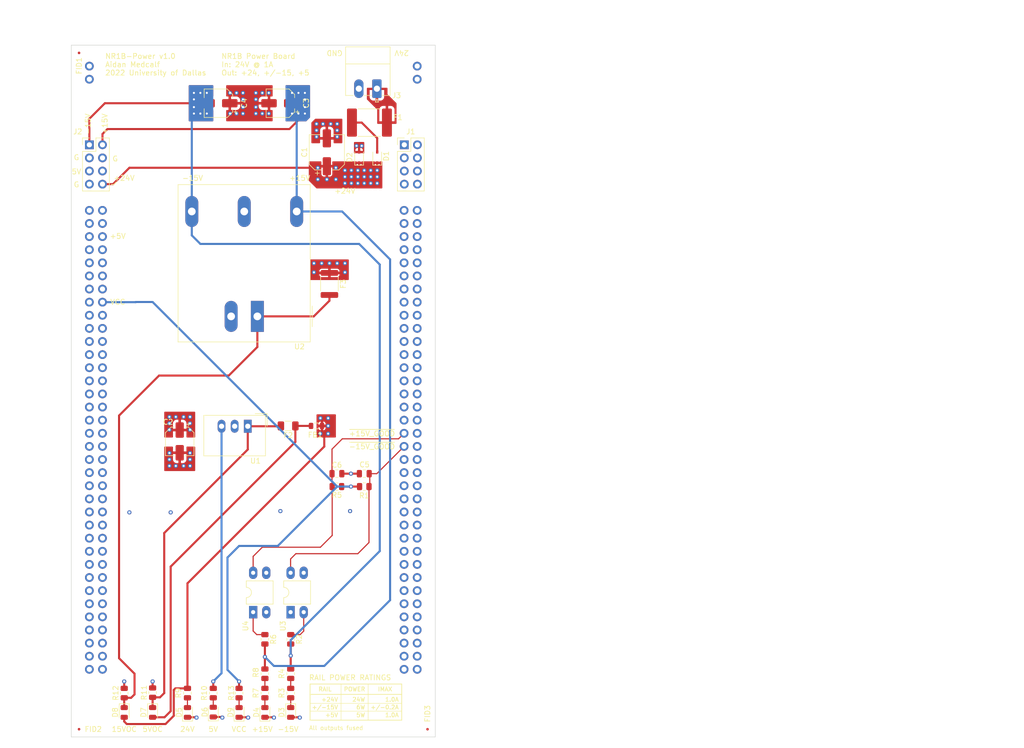
<source format=kicad_pcb>
(kicad_pcb (version 20211014) (generator pcbnew)
  (layers (0 "F.Cu" signal) (1 "In1.Cu" signal) (2 "In2.Cu" signal) (31 "B.Cu" signal) (34 "B.Paste" user) (35 "F.Paste" user) (36 "B.SilkS" user "B.Silkscreen") (37 "F.SilkS" user "F.Silkscreen") (38 "B.Mask" user) (39 "F.Mask" user) (44 "Edge.Cuts" user))
  (net 0 "")
  (net 6 "+24V")
  (net 8 "GND")
  (net 18 "+5V")
  (net 19 "+15V")
  (net 21 "-15V")
  (net 48 "Net-(D1-Pad2)")
  (net 59 "Net-(D3-Pad1)")
  (net 70 "Net-(D7-Pad1)")
  (net 71 "Net-(D7-Pad2)")
  (net 80 "Net-(D4-Pad2)")
  (net 91 "Net-(D5-Pad2)")
  (net 106 "Net-(D8-Pad1)")
  (net 108 "Net-(R3-Pad1)")
  (net 110 "Net-(D6-Pad2)")
  (net 125 "Net-(R2-Pad1)")
  (net 134 "Net-(R7-Pad1)")
  (net 142 "Net-(D9-Pad2)")
  (net 143 "/24VIN")
  (net 152 "Net-(R6-Pad1)")
  (net 153 "VCC")
  (net 154 "/~{-15V_GOOD}")
  (net 156 "/~{+15V_GOOD}")
  (footprint "Capacitor_SMD:C_0805_2012Metric" (layer "F.Cu") (at 216.25 163 180)
    (fp_text reference "C5")
    (fp_text value "0.1uF")
  )
  (footprint "Connector_PinHeader_2.54mm:PinHeader_2x04_P2.54mm_Vertical" (layer "F.Cu") (at 163 99.3)
    (fp_text reference "J2")
    (fp_text value "0.1\" Female long-tail")
  )
  (footprint "Package_DIP:DIP-4_W7.62mm_LongPads" (layer "F.Cu") (at 194.725 189.825 90)
    (fp_text reference "U4")
    (fp_text value "VO615A")
  )
  (footprint "NISoC-Socket:ST_Morpho_Connector_144_STLink_MountingHoles" (layer "F.Cu") (at 163 112)
    (fp_text reference "X1" hide)
    (fp_text value "NUCLEO144-ZIO")
  )
  (footprint "LED_SMD:LED_0805_2012Metric" (layer "F.Cu") (at 182 209.25 90)
    (fp_text reference "D5")
    (fp_text value "Green")
  )
  (footprint "LED_SMD:LED_0805_2012Metric" (layer "F.Cu") (at 202 209.25 -90)
    (fp_text reference "D3")
    (fp_text value "Green")
  )
  (footprint "Resistor_SMD:R_0805_2012Metric" (layer "F.Cu") (at 197 195.0875 -90)
    (fp_text reference "R6")
    (fp_text value "4.7K")
  )
  (footprint "Resistor_SMD:R_0805_2012Metric" (layer "F.Cu") (at 202 201.75 -90)
    (fp_text reference "R4")
    (fp_text value "4.7K")
  )
  (footprint "Capacitor_SMD:CP_Elec_5x5.3" (layer "F.Cu") (at 200 91.25 180)
    (fp_text reference "C3")
    (fp_text value "22uF")
  )
  (footprint "Inductor_SMD:L_0805_2012Metric" (layer "F.Cu") (at 207 153.75 180)
    (fp_text reference "FB1")
    (fp_text value "30@100MHz")
  )
  (footprint "Fuse:Fuse_2920_7451Metric" (layer "F.Cu") (at 217.25 95 180)
    (fp_text reference "F1")
    (fp_text value "0.75 A")
  )
  (footprint "Resistor_SMD:R_0805_2012Metric" (layer "F.Cu") (at 169.75 205.5 90)
    (fp_text reference "R12")
    (fp_text value "12K")
  )
  (footprint "Resistor_SMD:R_0805_2012Metric" (layer "F.Cu") (at 202 205.5 -90)
    (fp_text reference "R3")
    (fp_text value "1.5K")
  )
  (footprint "Fuse:Fuse_1812_4532Metric" (layer "F.Cu") (at 209.5 126.25 -90)
    (fp_text reference "F3")
    (fp_text value "250 mA")
  )
  (footprint "Fuse:Fuse_1206_3216Metric" (layer "F.Cu") (at 201.5 153.75 180)
    (fp_text reference "F2")
    (fp_text value "200 mA")
  )
  (footprint "Fiducial:Fiducial_0.5mm_Mask1mm" (layer "F.Cu") (at 161 81.5)
    (fp_text reference "FID1")
    (fp_text value "Fiducial")
  )
  (footprint "LED_SMD:LED_0805_2012Metric" (layer "F.Cu") (at 187 209.1875 90)
    (fp_text reference "D6")
    (fp_text value "Green")
  )
  (footprint "Capacitor_SMD:CP_Elec_5x5.3" (layer "F.Cu") (at 180.5 156.75 -90)
    (fp_text reference "C2")
    (fp_text value "47uF 16V")
  )
  (footprint "Resistor_SMD:R_0805_2012Metric" (layer "F.Cu") (at 182 205.5 -90)
    (fp_text reference "R9")
    (fp_text value "4.7K")
  )
  (footprint "Converter_DCDC:Converter_DCDC_TRACO_TSR-1_THT" (layer "F.Cu") (at 193.6825 153.8175 180)
    (fp_text reference "U1")
    (fp_text value "TSR_1-2450")
  )
  (footprint "Capacitor_SMD:CP_Elec_5x5.3" (layer "F.Cu") (at 188 91.25 180)
    (fp_text reference "C4")
    (fp_text value "22uF")
  )
  (footprint "Capacitor_SMD:C_0805_2012Metric" (layer "F.Cu") (at 210.95 163)
    (fp_text reference "C6")
    (fp_text value "0.1uF")
  )
  (footprint "LED_SMD:LED_0805_2012Metric" (layer "F.Cu") (at 192 209.25 90)
    (fp_text reference "D9")
    (fp_text value "Green")
  )
  (footprint "Resistor_SMD:R_0805_2012Metric" (layer "F.Cu") (at 175.25 205.4125 90)
    (fp_text reference "R11")
    (fp_text value "12K")
  )
  (footprint "NISoC-Socket:Converter_DCDC_Meanwell_DKMW06" (layer "F.Cu") (at 195.54 132.535 180)
    (fp_text reference "U2")
    (fp_text value "DKMW06")
  )
  (footprint "Connector_Phoenix_MC:PhoenixContact_MC_1,5_2-G-3.5_1x02_P3.50mm_Horizontal" (layer "F.Cu") (at 218.695 88.4325 180)
    (fp_text reference "J3")
    (fp_text value "3.81mm Pluggable Terminal")
  )
  (footprint "Resistor_SMD:R_0805_2012Metric" (layer "F.Cu") (at 187 205.5 -90)
    (fp_text reference "R10")
    (fp_text value "1K")
  )
  (footprint "Resistor_SMD:R_0805_2012Metric" (layer "F.Cu") (at 192 205.5 -90)
    (fp_text reference "R13")
    (fp_text value "1K")
  )
  (footprint "Capacitor_SMD:CP_Elec_6.3x7.7" (layer "F.Cu") (at 209 100.75 90)
    (fp_text reference "C1")
    (fp_text value "47uF 50V")
  )
  (footprint "LED_SMD:LED_0805_2012Metric" (layer "F.Cu") (at 169.75 209.25 -90)
    (fp_text reference "D8")
    (fp_text value "Red")
  )
  (footprint "Resistor_SMD:R_0805_2012Metric" (layer "F.Cu") (at 197 205.5 -90)
    (fp_text reference "R7")
    (fp_text value "1.5K")
  )
  (footprint "Diode_SMD:D_SOD-323" (layer "F.Cu") (at 218.75 101.75 90)
    (fp_text reference "D1")
    (fp_text value "S1G")
  )
  (footprint "Resistor_SMD:R_0805_2012Metric" (layer "F.Cu") (at 197 201.75 -90)
    (fp_text reference "R8")
    (fp_text value "4.7K")
  )
  (footprint "LED_SMD:LED_0805_2012Metric" (layer "F.Cu") (at 175.25 209.25 -90)
    (fp_text reference "D7")
    (fp_text value "Red")
  )
  (footprint "Fiducial:Fiducial_0.5mm_Mask1mm" (layer "F.Cu") (at 161 212.5)
    (fp_text reference "FID2")
    (fp_text value "Fiducial")
  )
  (footprint "Resistor_SMD:R_0805_2012Metric" (layer "F.Cu") (at 210.95 165.5 180)
    (fp_text reference "R5")
    (fp_text value "4.7K")
  )
  (footprint "Resistor_SMD:R_0805_2012Metric" (layer "F.Cu") (at 216.25 165.5)
    (fp_text reference "R1")
    (fp_text value "4.7K")
  )
  (footprint "Connector_PinHeader_2.54mm:PinHeader_2x04_P2.54mm_Vertical" (layer "F.Cu") (at 224 99.3)
    (fp_text reference "J1")
    (fp_text value "0.1\" Female long-tail")
  )
  (footprint "Resistor_SMD:R_0805_2012Metric" (layer "F.Cu") (at 202 195.0875 -90)
    (fp_text reference "R2")
    (fp_text value "4.7K")
  )
  (footprint "Fiducial:Fiducial_0.5mm_Mask1mm" (layer "F.Cu") (at 228.5 212.5)
    (fp_text reference "FID3")
    (fp_text value "Fiducial")
  )
  (footprint "LED_SMD:LED_0805_2012Metric" (layer "F.Cu") (at 197 209.25 90)
    (fp_text reference "D4")
    (fp_text value "Green")
  )
  (footprint "Diode_SMD:D_SOD-323" (layer "F.Cu") (at 215.25 101.75 90)
    (fp_text reference "D2")
    (fp_text value "36V")
  )
  (footprint "Package_DIP:DIP-4_W7.62mm_LongPads" (layer "F.Cu") (at 201.975 189.825 90)
    (fp_text reference "U3")
    (fp_text value "VO615A")
  )
  (gr_line (start 223.5 207.5) (end 205.75 207.5) (layer "F.SilkS") (width 0.1))
  (gr_line (start 217 205.75) (end 217 210.75) (layer "F.SilkS") (width 0.1))
  (gr_line (start 205.75 203.75) (end 223.5 203.75) (layer "F.SilkS") (width 0.15))
  (gr_line (start 217 205.75) (end 217 203.75) (layer "F.SilkS") (width 0.1))
  (gr_line (start 205.75 209) (end 223.5 209) (layer "F.SilkS") (width 0.1))
  (gr_line (start 205.75 205.75) (end 205.75 203.75) (layer "F.SilkS") (width 0.15))
  (gr_line (start 223.5 210.75) (end 223.5 205.75) (layer "F.SilkS") (width 0.15))
  (gr_line (start 211.75 205.75) (end 211.75 210.75) (layer "F.SilkS") (width 0.1))
  (gr_line (start 223.5 205.75) (end 205.75 205.75) (layer "F.SilkS") (width 0.15))
  (gr_line (start 223.5 203.75) (end 223.5 205.75) (layer "F.SilkS") (width 0.15))
  (gr_line (start 211.75 205.75) (end 211.75 203.75) (layer "F.SilkS") (width 0.1))
  (gr_line (start 205.75 205.75) (end 205.75 210.75) (layer "F.SilkS") (width 0.15))
  (gr_line (start 167.75 107) (end 168.25 106.5) (layer "F.SilkS") (width 0.15))
  (gr_line (start 167.25 107) (end 167.75 107) (layer "F.SilkS") (width 0.15))
  (gr_line (start 205.75 210.75) (end 223.5 210.75) (layer "F.SilkS") (width 0.15))
  (gr_line (start 159.5 80) (end 230 80) (layer "Edge.Cuts") (width 0.1))
  (gr_line (start 230 214) (end 159.5 214) (layer "Edge.Cuts") (width 0.1))
  (gr_line (start 230 80) (end 230 214) (layer "Edge.Cuts") (width 0.1))
  (gr_line (start 159.5 214) (end 159.5 80) (layer "Edge.Cuts") (width 0.1))
  (gr_text "+15V" (at 166 95.25 90) (layer "F.SilkS") (effects (font (size 1 1))))
  (gr_text "VCC" (at 192 212.5) (layer "F.SilkS") (effects (font (size 1 1))))
  (gr_text "-15V" (at 183 105.75) (layer "F.SilkS") (effects (font (size 1 1))))
  (gr_text "IMAX" (at 221.75 204.75) (layer "F.SilkS") (effects (font (size 0.8 0.8)) (justify right)))
  (gr_text "NR1B-Power v1.0\nAidan Medcalf\n2022 University of Dallas" (at 166 83.75) (layer "F.SilkS") (effects (font (size 1 1)) (justify left)))
  (gr_text "1.0A" (at 223 206.75) (layer "F.SilkS") (effects (font (size 0.8 0.8)) (justify right)))
  (gr_text "~{-15V_GOOD}" (at 217.75 157.75) (layer "F.SilkS") (effects (font (size 1 1))))
  (gr_text "All outputs fused" (at 205.5 212.25) (layer "F.SilkS") (effects (font (size 0.8 0.8) (thickness 0.125)) (justify left)))
  (gr_text "24V" (at 182 212.5) (layer "F.SilkS") (effects (font (size 1 1))))
  (gr_text "6W" (at 216.5 208.25) (layer "F.SilkS") (effects (font (size 0.8 0.8)) (justify right)))
  (gr_text "5VOC" (at 175.25 212.5) (layer "F.SilkS") (effects (font (size 1 1))))
  (gr_text "5W" (at 216.5 209.75) (layer "F.SilkS") (effects (font (size 0.8 0.8)) (justify right)))
  (gr_text "15VOC" (at 169.75 212.5) (layer "F.SilkS") (effects (font (size 1 1))))
  (gr_text "1.0A" (at 223 209.75) (layer "F.SilkS") (effects (font (size 0.8 0.8)) (justify right)))
  (gr_text "GND" (at 210.5 81.5 180) (layer "F.SilkS") (effects (font (size 1 1))))
  (gr_text "+15V" (at 203.75 105.75) (layer "F.SilkS") (effects (font (size 1 1))))
  (gr_text "POWER" (at 216.5 204.75) (layer "F.SilkS") (effects (font (size 0.8 0.8)) (justify right)))
  (gr_text "+24V" (at 169.75 105.75) (layer "F.SilkS") (effects (font (size 1 1))))
  (gr_text "VCC" (at 168.5 129.75) (layer "F.SilkS") (effects (font (size 1 1))))
  (gr_text "G" (at 160.5 101.75) (layer "F.SilkS") (effects (font (size 1 1))))
  (gr_text "+24V" (at 212.5 108.25) (layer "F.SilkS") (effects (font (size 1 1))))
  (gr_text "+15V" (at 196.5 212.5) (layer "F.SilkS") (effects (font (size 1 1))))
  (gr_text "24W" (at 216.5 206.75) (layer "F.SilkS") (effects (font (size 0.8 0.8)) (justify right)))
  (gr_text "NR1B Power Board\nIn: 24V @ 1A\nOut: +24, +/-15, +5" (at 188.5 83.75) (layer "F.SilkS") (effects (font (size 1 1)) (justify left)))
  (gr_text "-15V" (at 201.5 212.5) (layer "F.SilkS") (effects (font (size 1 1))))
  (gr_text "~{+15V_GOOD}" (at 217.75 155.25) (layer "F.SilkS") (effects (font (size 1 1))))
  (gr_text "5V" (at 187 212.5) (layer "F.SilkS") (effects (font (size 1 1))))
  (gr_text "+/-0.2A" (at 223 208.25) (layer "F.SilkS") (effects (font (size 0.8 0.8)) (justify right)))
  (gr_text "+/-15V" (at 211.25 208.25) (layer "F.SilkS") (effects (font (size 0.8 0.8)) (justify right)))
  (gr_text "RAIL POWER RATINGS" (at 213.5 202.5) (layer "F.SilkS") (effects (font (size 1 1))))
  (gr_text "+5V" (at 168.5 117) (layer "F.SilkS") (effects (font (size 1 1))))
  (gr_text "+24V" (at 211.25 206.75) (layer "F.SilkS") (effects (font (size 0.8 0.8)) (justify right)))
  (gr_text "-15V" (at 162.75 95.25 90) (layer "F.SilkS") (effects (font (size 1 1))))
  (gr_text "5V" (at 160.5 104.5) (layer "F.SilkS") (effects (font (size 1 1))))
  (gr_text "24V" (at 223.5 81.5 180) (layer "F.SilkS") (effects (font (size 1 1))))
  (gr_text "+5V" (at 211.25 209.75) (layer "F.SilkS") (effects (font (size 0.8 0.8)) (justify right)))
  (gr_text "G" (at 160.5 107) (layer "F.SilkS") (effects (font (size 1 1))))
  (gr_text "G" (at 168 102) (layer "F.SilkS") (effects (font (size 1 1))))
  (gr_text "RAIL" (at 210 204.75) (layer "F.SilkS") (effects (font (size 0.8 0.8)) (justify right)))
  (segment (start 167.58 106.92) (end 170.75 103.75) (width 0.4) (layer "F.Cu") (net 6))
  (segment (start 182 184.25) (end 208.5 157.75) (width 0.4) (layer "F.Cu") (net 6))
  (segment (start 182 204.5875) (end 182 184.25) (width 0.4) (layer "F.Cu") (net 6))
  (segment (start 170.25 211.5) (end 177.75 211.5) (width 0.4) (layer "F.Cu") (net 6))
  (segment (start 208.5 157.75) (end 208.5 155.25) (width 0.4) (layer "F.Cu") (net 6))
  (segment (start 170.75 103.75) (end 207.25 103.75) (width 0.4) (layer "F.Cu") (net 6))
  (segment (start 169.75 211) (end 170.25 211.5) (width 0.4) (layer "F.Cu") (net 6))
  (segment (start 177.75 211.5) (end 179.35 209.9) (width 0.4) (layer "F.Cu") (net 6))
  (segment (start 179.35 204.9) (end 179.6625 204.5875) (width 0.4) (layer "F.Cu") (net 6))
  (segment (start 179.35 209.9) (end 179.35 204.9) (width 0.4) (layer "F.Cu") (net 6))
  (segment (start 179.6625 204.5875) (end 182 204.5875) (width 0.4) (layer "F.Cu") (net 6))
  (segment (start 165.54 106.92) (end 167.58 106.92) (width 0.4) (layer "F.Cu") (net 6))
  (segment (start 169.75 210.1875) (end 169.75 211) (width 0.4) (layer "F.Cu") (net 6))
  (via (at 212.5 105.5) (size 0.8) (drill 0.4) (layers "F.Cu" "B.Cu") (net 6))
  (via (at 217.5 106.75) (size 0.8) (drill 0.4) (layers "F.Cu" "B.Cu") (net 6))
  (via (at 212.5 122.25) (size 0.8) (drill 0.4) (layers "F.Cu" "B.Cu") (net 6))
  (via (at 213.75 106.75) (size 0.8) (drill 0.4) (layers "F.Cu" "B.Cu") (net 6))
  (via (at 213.75 105.5) (size 0.8) (drill 0.4) (layers "F.Cu" "B.Cu") (net 6))
  (via (at 212.5 124) (size 0.8) (drill 0.4) (layers "F.Cu" "B.Cu") (net 6))
  (via (at 209.5 122.25) (size 0.8) (drill 0.4) (layers "F.Cu" "B.Cu") (net 6))
  (via (at 207.75 155.25) (size 0.8) (drill 0.4) (layers "F.Cu" "B.Cu") (net 6))
  (via (at 209 106) (size 0.8) (drill 0.4) (layers "F.Cu" "B.Cu") (net 6))
  (via (at 216.25 106.75) (size 0.8) (drill 0.4) (layers "F.Cu" "B.Cu") (net 6))
  (via (at 210.75 106) (size 0.8) (drill 0.4) (layers "F.Cu" "B.Cu") (net 6))
  (via (at 207.25 106) (size 0.8) (drill 0.4) (layers "F.Cu" "B.Cu") (net 6))
  (via (at 218.75 105.5) (size 0.8) (drill 0.4) (layers "F.Cu" "B.Cu") (net 6))
  (via (at 207.25 103.75) (size 0.8) (drill 0.4) (layers "F.Cu" "B.Cu") (net 6))
  (via (at 215 104.25) (size 0.8) (drill 0.4) (layers "F.Cu" "B.Cu") (net 6))
  (via (at 207.75 152.25) (size 0.8) (drill 0.4) (layers "F.Cu" "B.Cu") (net 6))
  (via (at 218.75 104.25) (size 0.8) (drill 0.4) (layers "F.Cu" "B.Cu") (net 6))
  (via (at 211 122.25) (size 0.8) (drill 0.4) (layers "F.Cu" "B.Cu") (net 6))
  (via (at 215 106.75) (size 0.8) (drill 0.4) (layers "F.Cu" "B.Cu") (net 6))
  (via (at 206.5 124) (size 0.8) (drill 0.4) (layers "F.Cu" "B.Cu") (net 6))
  (via (at 212.5 106.75) (size 0.8) (drill 0.4) (layers "F.Cu" "B.Cu") (net 6))
  (via (at 213.75 104.25) (size 0.8) (drill 0.4) (layers "F.Cu" "B.Cu") (net 6))
  (via (at 209.25 152.25) (size 0.8) (drill 0.4) (layers "F.Cu" "B.Cu") (net 6))
  (via (at 208 122.25) (size 0.8) (drill 0.4) (layers "F.Cu" "B.Cu") (net 6))
  (via (at 216.25 105.5) (size 0.8) (drill 0.4) (layers "F.Cu" "B.Cu") (net 6))
  (via (at 209.25 153.75) (size 0.8) (drill 0.4) (layers "F.Cu" "B.Cu") (net 6))
  (via (at 206.5 122.25) (size 0.8) (drill 0.4) (layers "F.Cu" "B.Cu") (net 6))
  (via (at 216.25 104.25) (size 0.8) (drill 0.4) (layers "F.Cu" "B.Cu") (net 6))
  (via (at 217.5 104.25) (size 0.8) (drill 0.4) (layers "F.Cu" "B.Cu") (net 6))
  (via (at 215 105.5) (size 0.8) (drill 0.4) (layers "F.Cu" "B.Cu") (net 6))
  (via (at 218.75 106.75) (size 0.8) (drill 0.4) (layers "F.Cu" "B.Cu") (net 6))
  (via (at 210.75 103.75) (size 0.8) (drill 0.4) (layers "F.Cu" "B.Cu") (net 6))
  (via (at 217.5 105.5) (size 0.8) (drill 0.4) (layers "F.Cu" "B.Cu") (net 6))
  (via (at 209.25 155.25) (size 0.8) (drill 0.4) (layers "F.Cu" "B.Cu") (net 6))
  (via (at 212.5 104.25) (size 0.8) (drill 0.4) (layers "F.Cu" "B.Cu") (net 6))
  (segment (start 203.6875 210.1875) (end 203.75 210.25) (width 0.4) (layer "F.Cu") (net 8))
  (segment (start 188.625 210.125) (end 188.75 210.25) (width 0.4) (layer "F.Cu") (net 8))
  (segment (start 215.4125 163) (end 213.6625 163) (width 0.4) (layer "F.Cu") (net 8))
  (segment (start 183.6875 210.1875) (end 183.75 210.25) (width 0.4) (layer "F.Cu") (net 8))
  (segment (start 197 210.1875) (end 198.6875 210.1875) (width 0.4) (layer "F.Cu") (net 8))
  (segment (start 169.75 204.5875) (end 169.75 203.25) (width 0.4) (layer "F.Cu") (net 8))
  (segment (start 182 210.1875) (end 183.6875 210.1875) (width 0.4) (layer "F.Cu") (net 8))
  (segment (start 192 210.1875) (end 193.6875 210.1875) (width 0.4) (layer "F.Cu") (net 8))
  (segment (start 202 210.1875) (end 203.6875 210.1875) (width 0.4) (layer "F.Cu") (net 8))
  (segment (start 198.6875 210.1875) (end 198.75 210.25) (width 0.4) (layer "F.Cu") (net 8))
  (segment (start 175.25 204.5) (end 175.25 203.25) (width 0.4) (layer "F.Cu") (net 8))
  (segment (start 187 210.125) (end 188.625 210.125) (width 0.4) (layer "F.Cu") (net 8))
  (segment (start 211.8625 163) (end 213.6625 163) (width 0.4) (layer "F.Cu") (net 8))
  (segment (start 193.6875 210.1875) (end 193.75 210.25) (width 0.4) (layer "F.Cu") (net 8))
  (via (at 188.75 210.25) (size 0.8) (drill 0.4) (layers "F.Cu" "B.Cu") (net 8))
  (via (at 182.5 160.25) (size 0.8) (drill 0.4) (layers "F.Cu" "B.Cu") (net 8))
  (via (at 181.25 161.5) (size 0.8) (drill 0.4) (layers "F.Cu" "B.Cu") (net 8))
  (via (at 197.75 89.25) (size 0.8) (drill 0.4) (layers "F.Cu" "B.Cu") (net 8))
  (via (at 208.25 95.25) (size 0.8) (drill 0.4) (layers "F.Cu" "B.Cu") (net 8))
  (via (at 192.75 90.5) (size 0.8) (drill 0.4) (layers "F.Cu" "B.Cu") (net 8))
  (via (at 192.75 93.25) (size 0.8) (drill 0.4) (layers "F.Cu" "B.Cu") (net 8))
  (via (at 178.75 170.5) (size 0.8) (drill 0.4) (layers "F.Cu" "B.Cu") (net 8))
  (via (at 195.25 90.5) (size 0.8) (drill 0.4) (layers "F.Cu" "B.Cu") (net 8))
  (via (at 178.5 159) (size 0.8) (drill 0.4) (layers "F.Cu" "B.Cu") (net 8))
  (via (at 192.75 89.25) (size 0.8) (drill 0.4) (layers "F.Cu" "B.Cu") (net 8))
  (via (at 211 97.75) (size 0.8) (drill 0.4) (layers "F.Cu" "B.Cu") (net 8))
  (via (at 211 96.5) (size 0.8) (drill 0.4) (layers "F.Cu" "B.Cu") (net 8))
  (via (at 213.6625 163) (size 0.8) (drill 0.4) (layers "F.Cu" "B.Cu") (net 8))
  (via (at 169.75 203.25) (size 0.8) (drill 0.4) (layers "F.Cu" "B.Cu") (net 8))
  (via (at 190.25 93.25) (size 0.8) (drill 0.4) (layers "F.Cu" "B.Cu") (net 8))
  (via (at 190.25 89.25) (size 0.8) (drill 0.4) (layers "F.Cu" "B.Cu") (net 8))
  (via (at 170.75 170.5) (size 0.8) (drill 0.4) (layers "F.Cu" "B.Cu") (net 8))
  (via (at 178.5 160.25) (size 0.8) (drill 0.4) (layers "F.Cu" "B.Cu") (net 8))
  (via (at 183.75 210.25) (size 0.8) (drill 0.4) (layers "F.Cu" "B.Cu") (net 8))
  (via (at 192.75 92) (size 0.8) (drill 0.4) (layers "F.Cu" "B.Cu") (net 8))
  (via (at 215.75 99.5) (size 0.8) (drill 0.4) (layers "F.Cu" "B.Cu") (net 8))
  (via (at 207 97.75) (size 0.8) (drill 0.4) (layers "F.Cu" "B.Cu") (net 8))
  (via (at 196.5 89.25) (size 0.8) (drill 0.4) (layers "F.Cu" "B.Cu") (net 8))
  (via (at 178.5 161.5) (size 0.8) (drill 0.4) (layers "F.Cu" "B.Cu") (net 8))
  (via (at 182.5 161.5) (size 0.8) (drill 0.4) (layers "F.Cu" "B.Cu") (net 8))
  (via (at 214.75 99.5) (size 0.8) (drill 0.4) (layers "F.Cu" "B.Cu") (net 8))
  (via (at 179.75 161.5) (size 0.8) (drill 0.4) (layers "F.Cu" "B.Cu") (net 8))
  (via (at 211 95.25) (size 0.8) (drill 0.4) (layers "F.Cu" "B.Cu") (net 8))
  (via (at 203.75 210.25) (size 0.8) (drill 0.4) (layers "F.Cu" "B.Cu") (net 8))
  (via (at 213.5 170.25) (size 0.8) (drill 0.4) (layers "F.Cu" "B.Cu") (net 8))
  (via (at 196.5 93.25) (size 0.8) (drill 0.4) (layers "F.Cu" "B.Cu") (net 8))
  (via (at 197.75 93.25) (size 0.8) (drill 0.4) (layers "F.Cu" "B.Cu") (net 8))
  (via (at 175.25 203.25) (size 0.8) (drill 0.4) (layers "F.Cu" "B.Cu") (net 8))
  (via (at 182.5 159) (size 0.8) (drill 0.4) (layers "F.Cu" "B.Cu") (net 8))
  (via (at 198.75 210.25) (size 0.8) (drill 0.4) (layers "F.Cu" "B.Cu") (net 8))
  (via (at 200 170.25) (size 0.8) (drill 0.4) (layers "F.Cu" "B.Cu") (net 8))
  (via (at 195.25 93.25) (size 0.8) (drill 0.4) (layers "F.Cu" "B.Cu") (net 8))
  (via (at 207 96.5) (size 0.8) (drill 0.4) (layers "F.Cu" "B.Cu") (net 8))
  (via (at 193.75 210.25) (size 0.8) (drill 0.4) (layers "F.Cu" "B.Cu") (net 8))
  (via (at 209.75 95.25) (size 0.8) (drill 0.4) (layers "F.Cu" "B.Cu") (net 8))
  (via (at 207 95.25) (size 0.8) (drill 0.4) (layers "F.Cu" "B.Cu") (net 8))
  (via (at 195.25 92) (size 0.8) (drill 0.4) (layers "F.Cu" "B.Cu") (net 8))
  (via (at 191.5 89.25) (size 0.8) (drill 0.4) (layers "F.Cu" "B.Cu") (net 8))
  (via (at 191.5 93.25) (size 0.8) (drill 0.4) (layers "F.Cu" "B.Cu") (net 8))
  (via (at 195.25 89.25) (size 0.8) (drill 0.4) (layers "F.Cu" "B.Cu") (net 8))
  (segment (start 187 203.25) (end 187 204.5875) (width 0.4) (layer "F.Cu") (net 18))
  (via (at 182.5 153.25) (size 0.8) (drill 0.4) (layers "F.Cu" "B.Cu") (net 18))
  (via (at 182.5 154.5) (size 0.8) (drill 0.4) (layers "F.Cu" "B.Cu") (net 18))
  (via (at 179.75 152) (size 0.8) (drill 0.4) (layers "F.Cu" "B.Cu") (net 18))
  (via (at 182.5 152) (size 0.8) (drill 0.4) (layers "F.Cu" "B.Cu") (net 18))
  (via (at 181.25 152) (size 0.8) (drill 0.4) (layers "F.Cu" "B.Cu") (net 18))
  (via (at 178.5 153.25) (size 0.8) (drill 0.4) (layers "F.Cu" "B.Cu") (net 18))
  (via (at 178.5 152) (size 0.8) (drill 0.4) (layers "F.Cu" "B.Cu") (net 18))
  (via (at 178.5 154.5) (size 0.8) (drill 0.4) (layers "F.Cu" "B.Cu") (net 18))
  (via (at 187 203.25) (size 0.8) (drill 0.4) (layers "F.Cu" "B.Cu") (net 18))
  (segment (start 188.6025 153.8175) (end 188.6025 201.6475) (width 0.4) (layer "B.Cu") (net 18))
  (segment (start 188.6025 201.6475) (end 187 203.25) (width 0.4) (layer "B.Cu") (net 18))
  (segment (start 197 198.5) (end 197 200.8375) (width 0.4) (layer "F.Cu") (net 19))
  (segment (start 197 196) (end 197 198.5) (width 0.4) (layer "F.Cu") (net 19))
  (segment (start 203.5 94.5) (end 203.5 93.25) (width 0.4) (layer "F.Cu") (net 19))
  (segment (start 165.54 97.21) (end 166.5 96.25) (width 0.4) (layer "F.Cu") (net 19))
  (segment (start 201.75 96.25) (end 203.5 94.5) (width 0.4) (layer "F.Cu") (net 19))
  (segment (start 166.5 96.25) (end 201.75 96.25) (width 0.4) (layer "F.Cu") (net 19))
  (segment (start 165.54 99.3) (end 165.54 97.21) (width 0.4) (layer "F.Cu") (net 19))
  (via (at 204.75 92) (size 0.8) (drill 0.4) (layers "F.Cu" "B.Cu") (net 19))
  (via (at 202.25 93.25) (size 0.8) (drill 0.4) (layers "F.Cu" "B.Cu") (net 19))
  (via (at 197 198.5) (size 0.8) (drill 0.4) (layers "F.Cu" "B.Cu") (net 19))
  (via (at 203.5 89.25) (size 0.8) (drill 0.4) (layers "F.Cu" "B.Cu") (net 19))
  (via (at 203.5 93.25) (size 0.8) (drill 0.4) (layers "F.Cu" "B.Cu") (net 19))
  (via (at 204.75 89.25) (size 0.8) (drill 0.4) (layers "F.Cu" "B.Cu") (net 19))
  (via (at 204.75 93.25) (size 0.8) (drill 0.4) (layers "F.Cu" "B.Cu") (net 19))
  (via (at 202.25 89.25) (size 0.8) (drill 0.4) (layers "F.Cu" "B.Cu") (net 19))
  (via (at 204.75 90.5) (size 0.8) (drill 0.4) (layers "F.Cu" "B.Cu") (net 19))
  (segment (start 211.965 112.215) (end 221.25 121.5) (width 0.4) (layer "B.Cu") (net 19))
  (segment (start 221.25 121.5) (end 221.25 187.5) (width 0.4) (layer "B.Cu") (net 19))
  (segment (start 221.25 187.5) (end 208.5 200.25) (width 0.4) (layer "B.Cu") (net 19))
  (segment (start 203.16 112.215) (end 211.965 112.215) (width 0.4) (layer "B.Cu") (net 19))
  (segment (start 208.5 200.25) (end 198.75 200.25) (width 0.4) (layer "B.Cu") (net 19))
  (segment (start 203.16 93.59) (end 203.5 93.25) (width 0.4) (layer "B.Cu") (net 19))
  (segment (start 198.75 200.25) (end 197 198.5) (width 0.4) (layer "B.Cu") (net 19))
  (segment (start 203.16 112.215) (end 203.16 93.59) (width 0.4) (layer "B.Cu") (net 19))
  (segment (start 202 198.25) (end 202 200.8375) (width 0.4) (layer "F.Cu") (net 21))
  (segment (start 166 91.25) (end 183.25 91.25) (width 0.4) (layer "F.Cu") (net 21))
  (segment (start 163 99.3) (end 163 94.25) (width 0.4) (layer "F.Cu") (net 21))
  (segment (start 202 196) (end 202 198.25) (width 0.4) (layer "F.Cu") (net 21))
  (segment (start 163 94.25) (end 166 91.25) (width 0.4) (layer "F.Cu") (net 21))
  (via (at 184.5 93.25) (size 0.8) (drill 0.4) (layers "F.Cu" "B.Cu") (net 21))
  (via (at 183.25 93.25) (size 0.8) (drill 0.4) (layers "F.Cu" "B.Cu") (net 21))
  (via (at 202 198.25) (size 0.8) (drill 0.4) (layers "F.Cu" "B.Cu") (net 21))
  (via (at 185.75 89.25) (size 0.8) (drill 0.4) (layers "F.Cu" "B.Cu") (net 21))
  (via (at 183.25 90.5) (size 0.8) (drill 0.4) (layers "F.Cu" "B.Cu") (net 21))
  (via (at 183.25 92) (size 0.8) (drill 0.4) (layers "F.Cu" "B.Cu") (net 21))
  (via (at 185.75 93.25) (size 0.8) (drill 0.4) (layers "F.Cu" "B.Cu") (net 21))
  (via (at 183.25 89.25) (size 0.8) (drill 0.4) (layers "F.Cu" "B.Cu") (net 21))
  (via (at 184.5 89.25) (size 0.8) (drill 0.4) (layers "F.Cu" "B.Cu") (net 21))
  (segment (start 182.84 112.215) (end 182.84 116.84) (width 0.4) (layer "B.Cu") (net 21))
  (segment (start 183.4675 93.4675) (end 183.25 93.25) (width 0.4) (layer "B.Cu") (net 21))
  (segment (start 182.84 112.215) (end 182.84 93.66) (width 0.4) (layer "B.Cu") (net 21))
  (segment (start 202 195.25) (end 202 198.25) (width 0.4) (layer "B.Cu") (net 21))
  (segment (start 184.5 118.5) (end 215.25 118.5) (width 0.4) (layer "B.Cu") (net 21))
  (segment (start 215.25 118.5) (end 219.25 122.5) (width 0.4) (layer "B.Cu") (net 21))
  (segment (start 219.25 122.5) (end 219.25 178) (width 0.4) (layer "B.Cu") (net 21))
  (segment (start 182.84 116.84) (end 184.5 118.5) (width 0.4) (layer "B.Cu") (net 21))
  (segment (start 182.84 93.66) (end 183.25 93.25) (width 0.4) (layer "B.Cu") (net 21))
  (segment (start 219.25 178) (end 202 195.25) (width 0.4) (layer "B.Cu") (net 21))
  (segment (start 215.75 95) (end 218.75 98) (width 0.4) (layer "F.Cu") (net 48))
  (segment (start 213.8625 95) (end 215.75 95) (width 0.4) (layer "F.Cu") (net 48))
  (segment (start 218.75 98) (end 218.75 100.7) (width 0.4) (layer "F.Cu") (net 48))
  (segment (start 202 208.3125) (end 202 206.4125) (width 0.22) (layer "F.Cu") (net 59))
  (segment (start 200.0325 153.8175) (end 193.6825 153.8175) (width 0.4) (layer "F.Cu") (net 70))
  (segment (start 193.6825 158.3175) (end 193.6825 153.8175) (width 0.4) (layer "F.Cu") (net 70))
  (segment (start 176.675 206.325) (end 177.5 205.5) (width 0.4) (layer "F.Cu") (net 70))
  (segment (start 177.5 174.5) (end 193.6825 158.3175) (width 0.4) (layer "F.Cu") (net 70))
  (segment (start 175.25 206.325) (end 176.675 206.325) (width 0.4) (layer "F.Cu") (net 70))
  (segment (start 200.1 153.75) (end 200.0325 153.8175) (width 0.4) (layer "F.Cu") (net 70))
  (segment (start 175.25 206.325) (end 175.25 208.3125) (width 0.4) (layer "F.Cu") (net 70))
  (segment (start 177.5 205.5) (end 177.5 174.5) (width 0.4) (layer "F.Cu") (net 70))
  (segment (start 202.9 153.75) (end 202.9 156.85) (width 0.4) (layer "F.Cu") (net 71))
  (segment (start 177.5625 210.1875) (end 175.25 210.1875) (width 0.4) (layer "F.Cu") (net 71))
  (segment (start 202.9 156.85) (end 178.75 181) (width 0.4) (layer "F.Cu") (net 71))
  (segment (start 205.9375 153.75) (end 202.9 153.75) (width 0.4) (layer "F.Cu") (net 71))
  (segment (start 178.75 209) (end 177.5625 210.1875) (width 0.4) (layer "F.Cu") (net 71))
  (segment (start 178.75 181) (end 178.75 209) (width 0.4) (layer "F.Cu") (net 71))
  (segment (start 197 206.4125) (end 197 208.3125) (width 0.22) (layer "F.Cu") (net 80))
  (segment (start 182 206.4125) (end 182 208.3125) (width 0.22) (layer "F.Cu") (net 91))
  (segment (start 190 144) (end 176.5 144) (width 0.4) (layer "F.Cu") (net 106))
  (segment (start 195.54 138.46) (end 190 144) (width 0.4) (layer "F.Cu") (net 106))
  (segment (start 209.5 129.5) (end 206.465 132.535) (width 0.4) (layer "F.Cu") (net 106))
  (segment (start 171.0875 206.4125) (end 169.75 206.4125) (width 0.4) (layer "F.Cu") (net 106))
  (segment (start 206.465 132.535) (end 196.1675 132.535) (width 0.4) (layer "F.Cu") (net 106))
  (segment (start 195.54 132.535) (end 195.54 138.46) (width 0.4) (layer "F.Cu") (net 106))
  (segment (start 169.75 206.4125) (end 169.75 208.3125) (width 0.4) (layer "F.Cu") (net 106))
  (segment (start 209.5 129.5) (end 209.5 128.3875) (width 0.4) (layer "F.Cu") (net 106))
  (segment (start 171.75 201.75) (end 171.75 205.75) (width 0.4) (layer "F.Cu") (net 106))
  (segment (start 171.75 205.75) (end 171.0875 206.4125) (width 0.4) (layer "F.Cu") (net 106))
  (segment (start 168.75 151.75) (end 168.75 198.75) (width 0.4) (layer "F.Cu") (net 106))
  (segment (start 176.5 144) (end 168.75 151.75) (width 0.4) (layer "F.Cu") (net 106))
  (segment (start 168.75 198.75) (end 171.75 201.75) (width 0.4) (layer "F.Cu") (net 106))
  (segment (start 202 202.6625) (end 202 204.5875) (width 0.22) (layer "F.Cu") (net 108))
  (segment (start 187 206.4125) (end 187 208.25) (width 0.22) (layer "F.Cu") (net 110))
  (segment (start 203.825 194.175) (end 202 194.175) (width 0.22) (layer "F.Cu") (net 125))
  (segment (start 204.515 193.485) (end 203.825 194.175) (width 0.22) (layer "F.Cu") (net 125))
  (segment (start 204.515 189.825) (end 204.515 193.485) (width 0.22) (layer "F.Cu") (net 125))
  (segment (start 197 202.6625) (end 197 204.5875) (width 0.22) (layer "F.Cu") (net 134))
  (segment (start 192 206.4125) (end 192 208.3125) (width 0.22) (layer "F.Cu") (net 142))
  (segment (start 195.425 194.175) (end 197 194.175) (width 0.22) (layer "F.Cu") (net 152))
  (segment (start 194.725 193.475) (end 195.425 194.175) (width 0.22) (layer "F.Cu") (net 152))
  (segment (start 194.725 189.825) (end 194.725 193.475) (width 0.22) (layer "F.Cu") (net 152))
  (segment (start 215.5 165.5) (end 213.6625 165.5) (width 0.4) (layer "F.Cu") (net 153))
  (segment (start 192 203.25) (end 192 204.5875) (width 0.4) (layer "F.Cu") (net 153))
  (segment (start 211.825 165.5) (end 213.6625 165.5) (width 0.4) (layer "F.Cu") (net 153))
  (via (at 213.6625 165.5) (size 0.8) (drill 0.4) (layers "F.Cu" "B.Cu") (net 153))
  (via (at 192 203.25) (size 0.8) (drill 0.4) (layers "F.Cu" "B.Cu") (net 153))
  (segment (start 211 165.5) (end 213.6625 165.5) (width 0.4) (layer "B.Cu") (net 153))
  (segment (start 165.54 129.78) (end 171.97 129.78) (width 0.4) (layer "B.Cu") (net 153))
  (segment (start 171.97 129.78) (end 172 129.75) (width 0.4) (layer "B.Cu") (net 153))
  (segment (start 189.75 179.25) (end 189.75 201) (width 0.4) (layer "B.Cu") (net 153))
  (segment (start 192 177) (end 189.75 179.25) (width 0.4) (layer "B.Cu") (net 153))
  (segment (start 192 177) (end 199.5 177) (width 0.4) (layer "B.Cu") (net 153))
  (segment (start 175.25 129.75) (end 211 165.5) (width 0.4) (layer "B.Cu") (net 153))
  (segment (start 189.75 201) (end 192 203.25) (width 0.4) (layer "B.Cu") (net 153))
  (segment (start 172 129.75) (end 175.25 129.75) (width 0.4) (layer "B.Cu") (net 153))
  (segment (start 211 165.5) (end 199.5 177) (width 0.4) (layer "B.Cu") (net 153))
  (segment (start 218.68 163) (end 223.96 157.72) (width 0.22) (layer "F.Cu") (net 154))
  (segment (start 201.975 182.205) (end 201.975 179.525) (width 0.22) (layer "F.Cu") (net 154))
  (segment (start 201.975 179.525) (end 203 178.5) (width 0.22) (layer "F.Cu") (net 154))
  (segment (start 217.3125 163) (end 217.3125 165.4875) (width 0.22) (layer "F.Cu") (net 154))
  (segment (start 217.2 163) (end 218.68 163) (width 0.22) (layer "F.Cu") (net 154))
  (segment (start 203 178.5) (end 215 178.5) (width 0.22) (layer "F.Cu") (net 154))
  (segment (start 217.1625 176.3375) (end 217.1625 165.5) (width 0.22) (layer "F.Cu") (net 154))
  (segment (start 215 178.5) (end 217.1625 176.3375) (width 0.22) (layer "F.Cu") (net 154))
  (segment (start 194.725 182.205) (end 194.725 179.025) (width 0.22) (layer "F.Cu") (net 156))
  (segment (start 212 156.25) (end 222.89 156.25) (width 0.22) (layer "F.Cu") (net 156))
  (segment (start 194.725 179.025) (end 196.5 177.25) (width 0.22) (layer "F.Cu") (net 156))
  (segment (start 210 158.25) (end 212 156.25) (width 0.22) (layer "F.Cu") (net 156))
  (segment (start 210.0375 174.9625) (end 210.0375 165.5) (width 0.22) (layer "F.Cu") (net 156))
  (segment (start 222.89 156.25) (end 223.96 155.18) (width 0.22) (layer "F.Cu") (net 156))
  (segment (start 196.5 177.25) (end 207.75 177.25) (width 0.22) (layer "F.Cu") (net 156))
  (segment (start 210 163) (end 210 158.25) (width 0.22) (layer "F.Cu") (net 156))
  (segment (start 207.75 177.25) (end 210.0375 174.9625) (width 0.22) (layer "F.Cu") (net 156))
  (segment (start 210 165.5) (end 210 163.0375) (width 0.22) (layer "F.Cu") (net 156))
  (segment (start 210 163.0375) (end 209.9625 163) (width 0.22) (layer "F.Cu") (net 156))
  (zone (net 143) (net_name "/24VIN") (layer "F.Cu") (priority 1) (connect_pads (clearance 0.508)) (min_thickness 0.254) (fill yes (thermal_gap 0.508) (thermal_bridge_width 0.508))
    (polygon (pts (xy 220.75 89.5) (xy 222.5 91.25) (xy 222.5 95.25) (xy 218.75 95.25) (xy 218.75 92.5) (xy 216.75 90.5) (xy 216.75 88.25) (xy 220.75 88.25)))
  )
  (zone (net 19) (net_name "+15V") (layers F&B.Cu) (priority 1) (connect_pads (clearance 0.508)) (min_thickness 0.254) (fill yes (thermal_gap 0.508) (thermal_bridge_width 0.508))
    (polygon (pts (xy 201 87.75) (xy 205.75 87.75) (xy 205.75 94) (xy 205 94.75) (xy 201 94.75)))
  )
  (zone (net 8) (net_name "GND") (layer "F.Cu") (priority 1) (connect_pads (clearance 0.508)) (min_thickness 0.254) (fill yes (thermal_gap 0.508) (thermal_bridge_width 0.508))
    (polygon (pts (xy 183.5 157.75) (xy 183.5 162.5) (xy 177.5 162.5) (xy 177.5 157.75)))
  )
  (zone (net 8) (net_name "GND") (layer "F.Cu") (priority 1) (connect_pads (clearance 0.508)) (min_thickness 0.254) (fill yes (thermal_gap 0.508) (thermal_bridge_width 0.508))
    (polygon (pts (xy 198.5 94.75) (xy 189.5 94.75) (xy 189.5 87.75) (xy 198.5 87.75)))
  )
  (zone (net 8) (net_name "GND") (layer "F.Cu") (priority 1) (connect_pads (clearance 0.508)) (min_thickness 0.254) (fill yes (thermal_gap 0.508) (thermal_bridge_width 0.508))
    (polygon (pts (xy 206 99) (xy 206 95) (xy 206.75 94.25) (xy 212 94.25) (xy 212 99)))
  )
  (zone (net 6) (net_name "+24V") (layer "F.Cu") (priority 1) (connect_pads (clearance 0.254)) (min_thickness 0.254) (fill yes (thermal_gap 0.254) (thermal_bridge_width 0.508))
    (polygon (pts (xy 213.25 125.5) (xy 205.75 125.5) (xy 205.75 121.5) (xy 213.25 121.5)))
  )
  (zone (net 21) (net_name "-15V") (layers F&B.Cu) (priority 1) (connect_pads (clearance 0.508)) (min_thickness 0.254) (fill yes (thermal_gap 0.508) (thermal_bridge_width 0.508))
    (polygon (pts (xy 187 94.75) (xy 182.25 94.75) (xy 182.25 87.75) (xy 187 87.75)))
  )
  (zone (net 6) (net_name "+24V") (layer "F.Cu") (priority 1) (connect_pads (clearance 0.254)) (min_thickness 0.254) (fill yes (thermal_gap 0.254) (thermal_bridge_width 0.508))
    (polygon (pts (xy 219.75 107.75) (xy 207 107.75) (xy 205.5 106.25) (xy 205.5 102.5) (xy 219.75 102.5)))
  )
  (zone (net 8) (net_name "GND") (layer "F.Cu") (connect_pads (clearance 0.508)) (min_thickness 0.254) (fill yes (thermal_gap 0.508) (thermal_bridge_width 0.508))
    (polygon (pts (xy 216.25 101) (xy 214.25 101) (xy 214.25 98.75) (xy 216.25 98.75)))
  )
  (zone (net 18) (net_name "+5V") (layer "F.Cu") (priority 1) (connect_pads (clearance 0.508)) (min_thickness 0.254) (fill yes (thermal_gap 0.508) (thermal_bridge_width 0.508))
    (polygon (pts (xy 183.5 156) (xy 177.5 156) (xy 177.5 151) (xy 183.5 151)))
  )
  (zone (net 6) (net_name "+24V") (layer "F.Cu") (priority 1) (connect_pads (clearance 0.254)) (min_thickness 0.254) (fill yes (thermal_gap 0.254) (thermal_bridge_width 0.508))
    (polygon (pts (xy 210.75 156) (xy 207 156) (xy 207 151.5) (xy 210.75 151.5)))
  )
)
</source>
